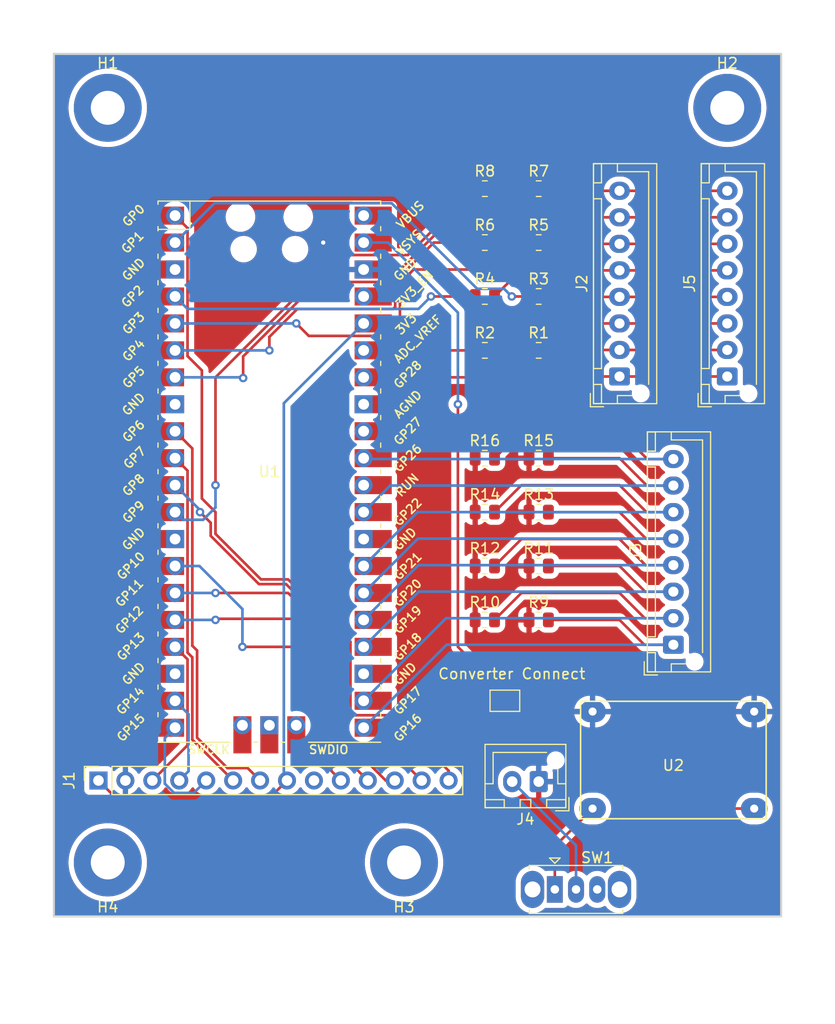
<source format=kicad_pcb>
(kicad_pcb (version 20221018) (generator pcbnew)
  (layers (0 "F.Cu" signal) (31 "B.Cu" signal) (34 "B.Paste" user) (35 "F.Paste" user) (36 "B.SilkS" user "B.Silkscreen") (37 "F.SilkS" user "F.Silkscreen") (38 "B.Mask" user) (39 "F.Mask" user) (44 "Edge.Cuts" user))
  (net 0 "")
  (net 5 "+3.3V")
  (net 11 "/vsys")
  (net 15 "Net-(J1-Pin_3)")
  (net 16 "Net-(J1-Pin_4)")
  (net 17 "Net-(J1-Pin_5)")
  (net 18 "Net-(J1-Pin_6)")
  (net 19 "Net-(J1-Pin_7)")
  (net 20 "Net-(J1-Pin_10)")
  (net 21 "Net-(J1-Pin_11)")
  (net 22 "Net-(J1-Pin_12)")
  (net 23 "Net-(J1-Pin_13)")
  (net 24 "Net-(J1-Pin_14)")
  (net 25 "GND")
  (net 26 "/input 16")
  (net 28 "Net-(J2-Pin_7)")
  (net 29 "Net-(J2-Pin_6)")
  (net 30 "Net-(J2-Pin_5)")
  (net 31 "Net-(J2-Pin_4)")
  (net 32 "Net-(J2-Pin_3)")
  (net 33 "Net-(J2-Pin_2)")
  (net 34 "Net-(J2-Pin_1)")
  (net 35 "Net-(J2-Pin_8)")
  (net 36 "unconnected-(J1-Pin_9-Pad9)")
  (net 37 "/output 5")
  (net 38 "/output 4")
  (net 39 "/output 3")
  (net 40 "/output 2")
  (net 41 "/output 1")
  (net 42 "/output 28")
  (net 43 "/output 27")
  (net 44 "/output 9")
  (net 45 "/input 17")
  (net 46 "/input 18")
  (net 47 "/input 19")
  (net 48 "/input 20")
  (net 49 "/input 21")
  (net 50 "/input 22")
  (net 51 "/input 26")
  (net 53 "Net-(J4-Pin_2)")
  (net 55 "Net-(SW1-A)")
  (net 56 "Net-(U2-OUT+)")
  (footprint "Connector_JST:JST_XH_B8B-XH-AM_1x08_P2.50mm_Vertical" (layer "F.Cu") (at 185.42 58.34 90)
    (fp_text reference "J2")
    (fp_text value "Conn_01x08_Socket")
  )
  (footprint "MountingHole:MountingHole_3.2mm_M3_Pad_TopBottom" (layer "F.Cu") (at 137.16 104.14 180)
    (fp_text reference "H4")
    (fp_text value "MountingHole")
  )
  (footprint "Connector_JST:JST_XH_B8B-XH-AM_1x08_P2.50mm_Vertical" (layer "F.Cu") (at 190.5 83.62 90)
    (fp_text reference "J3")
    (fp_text value "Conn_01x08_Socket")
  )
  (footprint "Resistor_SMD:R_0805_2012Metric" (layer "F.Cu") (at 177.8 50.8)
    (fp_text reference "R3")
    (fp_text value "R")
  )
  (footprint "Resistor_SMD:R_0805_2012Metric" (layer "F.Cu") (at 177.8 66.04)
    (fp_text reference "R15")
    (fp_text value "R")
  )
  (footprint "Resistor_SMD:R_0805_2012Metric" (layer "F.Cu") (at 177.8 71.12)
    (fp_text reference "R13")
    (fp_text value "R")
  )
  (footprint "PiPico:RPi_Pico_SMD_TH" (layer "F.Cu") (at 152.4 67.31)
    (fp_text reference "U1")
    (fp_text value "Pico")
  )
  (footprint "Button_Switch_THT:SW_Slide_1P2T_CK_OS102011MS2Q" (layer "F.Cu") (at 179.32 106.68)
    (fp_text reference "SW1")
    (fp_text value "SW_SPDT")
  )
  (footprint "Resistor_SMD:R_0805_2012Metric" (layer "F.Cu") (at 172.72 81.28)
    (fp_text reference "R10")
    (fp_text value "R")
  )
  (footprint "Resistor_SMD:R_0805_2012Metric" (layer "F.Cu") (at 172.72 71.12)
    (fp_text reference "R14")
    (fp_text value "R")
  )
  (footprint "Connector_PinSocket_2.54mm:PinSocket_1x14_P2.54mm_Vertical" (layer "F.Cu") (at 136.285 96.415 90)
    (fp_text reference "J1")
    (fp_text value "Conn_01x14_Socket")
  )
  (footprint "MountingHole:MountingHole_3.2mm_M3_Pad_TopBottom" (layer "F.Cu") (at 137.16 33.02)
    (fp_text reference "H1")
    (fp_text value "MountingHole")
  )
  (footprint "Resistor_SMD:R_0805_2012Metric" (layer "F.Cu") (at 172.72 55.88)
    (fp_text reference "R2")
    (fp_text value "R")
  )
  (footprint "Resistor_SMD:R_0805_2012Metric" (layer "F.Cu") (at 172.72 40.64)
    (fp_text reference "R8")
    (fp_text value "R")
  )
  (footprint "MountingHole:MountingHole_3.2mm_M3_Pad_TopBottom" (layer "F.Cu") (at 195.58 33.02)
    (fp_text reference "H2")
    (fp_text value "MountingHole")
  )
  (footprint "Resistor_SMD:R_0805_2012Metric" (layer "F.Cu") (at 172.72 45.72)
    (fp_text reference "R6")
    (fp_text value "R")
  )
  (footprint "MountingHole:MountingHole_3.2mm_M3_Pad_TopBottom" (layer "F.Cu") (at 165.1 104.14 180)
    (fp_text reference "H3")
    (fp_text value "MountingHole")
  )
  (footprint "Resistor_SMD:R_0805_2012Metric" (layer "F.Cu") (at 172.72 50.8)
    (fp_text reference "R4")
    (fp_text value "R")
  )
  (footprint "Jumper:SolderJumper-2_P1.3mm_Open_Pad1.0x1.5mm" (layer "F.Cu") (at 174.61 88.9 180)
    (fp_text reference "R17" hide)
    (fp_text value "0R")
  )
  (footprint "Connector_JST:JST_XH_B8B-XH-AM_1x08_P2.50mm_Vertical" (layer "F.Cu") (at 195.58 58.34 90)
    (fp_text reference "J5")
    (fp_text value "Conn_01x08_Socket")
  )
  (footprint "Resistor_SMD:R_0805_2012Metric" (layer "F.Cu") (at 177.8 55.88)
    (fp_text reference "R1")
    (fp_text value "R")
  )
  (footprint "Resistor_SMD:R_0805_2012Metric" (layer "F.Cu") (at 177.8 76.2)
    (fp_text reference "R11")
    (fp_text value "R")
  )
  (footprint "Resistor_SMD:R_0805_2012Metric" (layer "F.Cu") (at 172.72 66.04)
    (fp_text reference "R16")
    (fp_text value "R")
  )
  (footprint "Connector_JST:JST_XH_B2B-XH-AM_1x02_P2.50mm_Vertical" (layer "F.Cu") (at 177.8 96.52 180)
    (fp_text reference "J4")
    (fp_text value "Conn_01x02_Socket")
  )
  (footprint "voltage reg:Mini360_step-down" (layer "F.Cu") (at 190.5 94.49)
    (fp_text reference "U2")
    (fp_text value "Mini360")
  )
  (footprint "Resistor_SMD:R_0805_2012Metric" (layer "F.Cu") (at 177.8 40.64)
    (fp_text reference "R7")
    (fp_text value "R")
  )
  (footprint "Resistor_SMD:R_0805_2012Metric" (layer "F.Cu") (at 177.8 45.72)
    (fp_text reference "R5")
    (fp_text value "R")
  )
  (footprint "Resistor_SMD:R_0805_2012Metric" (layer "F.Cu") (at 177.8 81.28)
    (fp_text reference "R9")
    (fp_text value "R")
  )
  (footprint "Resistor_SMD:R_0805_2012Metric" (layer "F.Cu") (at 172.72 76.2)
    (fp_text reference "R12")
    (fp_text value "R")
  )
  (gr_rect (start 132.08 27.94) (end 200.66 109.22) (stroke (width 0.2)) (fill none) (layer "Edge.Cuts"))
  (segment (start 138.825 98.955) (end 151.525 98.955) (width 0.25) (layer "F.Cu") (net 5))
  (segment (start 151.525 98.955) (end 154.065 96.415) (width 0.25) (layer "F.Cu") (net 5))
  (segment (start 136.285 96.415) (end 138.825 98.955) (width 0.25) (layer "F.Cu") (net 5))
  (segment (start 154.065 96.415) (end 153.765 96.115) (width 0.25) (layer "B.Cu") (net 5))
  (segment (start 153.765 96.115) (end 153.765 60.865) (width 0.25) (layer "B.Cu") (net 5))
  (segment (start 153.765 60.865) (end 161.29 53.34) (width 0.25) (layer "B.Cu") (net 5))
  (segment (start 170.18 83.82) (end 170.18 60.96) (width 0.25) (layer "F.Cu") (net 11))
  (segment (start 173.96 87.6) (end 170.18 83.82) (width 0.25) (layer "F.Cu") (net 11))
  (segment (start 173.96 88.9) (end 173.96 87.6) (width 0.25) (layer "F.Cu") (net 11))
  (via (at 170.18 60.96) (size 0.8) (drill 0.4) (layers "F.Cu" "B.Cu") (net 11))
  (segment (start 170.18 52.314695) (end 163.585305 45.72) (width 0.25) (layer "B.Cu") (net 11))
  (segment (start 170.18 60.96) (end 170.18 52.314695) (width 0.25) (layer "B.Cu") (net 11))
  (segment (start 163.585305 45.72) (end 161.29 45.72) (width 0.25) (layer "B.Cu") (net 11))
  (segment (start 144.685 84.995) (end 143.51 83.82) (width 0.25) (layer "F.Cu") (net 15))
  (segment (start 144.685 93.095) (end 144.685 84.995) (width 0.25) (layer "F.Cu") (net 15))
  (segment (start 141.365 96.415) (end 144.685 93.095) (width 0.25) (layer "F.Cu") (net 15))
  (segment (start 144.78 90.17) (end 143.51 88.9) (width 0.25) (layer "B.Cu") (net 16))
  (segment (start 143.905 96.415) (end 144.78 95.54) (width 0.25) (layer "B.Cu") (net 16))
  (segment (start 144.78 95.54) (end 144.78 90.17) (width 0.25) (layer "B.Cu") (net 16))
  (segment (start 146.445 96.415) (end 145.274656 97.585344) (width 0.25) (layer "B.Cu") (net 17))
  (segment (start 142.54 96.710054) (end 142.54 92.41) (width 0.25) (layer "B.Cu") (net 17))
  (segment (start 143.41529 97.585344) (end 142.54 96.710054) (width 0.25) (layer "B.Cu") (net 17))
  (segment (start 145.274656 97.585344) (end 143.41529 97.585344) (width 0.25) (layer "B.Cu") (net 17))
  (segment (start 142.54 92.41) (end 143.51 91.44) (width 0.25) (layer "B.Cu") (net 17))
  (segment (start 144.685 84.358604) (end 144.685 67.215) (width 0.25) (layer "F.Cu") (net 18))
  (segment (start 145.135 92.565) (end 145.135 84.808604) (width 0.25) (layer "F.Cu") (net 18))
  (segment (start 145.135 84.808604) (end 144.685 84.358604) (width 0.25) (layer "F.Cu") (net 18))
  (segment (start 144.685 67.215) (end 143.51 66.04) (width 0.25) (layer "F.Cu") (net 18))
  (segment (start 148.985 96.415) (end 145.135 92.565) (width 0.25) (layer "F.Cu") (net 18))
  (segment (start 150.354656 95.244656) (end 148.451052 95.244656) (width 0.25) (layer "F.Cu") (net 19))
  (segment (start 145.585 92.378604) (end 145.585 84.165) (width 0.25) (layer "F.Cu") (net 19))
  (segment (start 145.585 84.165) (end 145.135 83.715) (width 0.25) (layer "F.Cu") (net 19))
  (segment (start 151.525 96.415) (end 150.354656 95.244656) (width 0.25) (layer "F.Cu") (net 19))
  (segment (start 145.135 65.125) (end 143.51 63.5) (width 0.25) (layer "F.Cu") (net 19))
  (segment (start 145.135 83.715) (end 145.135 65.125) (width 0.25) (layer "F.Cu") (net 19))
  (segment (start 148.451052 95.244656) (end 145.585 92.378604) (width 0.25) (layer "F.Cu") (net 19))
  (segment (start 157.977208 83.82) (end 158.245 84.087792) (width 0.25) (layer "F.Cu") (net 20))
  (segment (start 149.86 83.82) (end 157.977208 83.82) (width 0.25) (layer "F.Cu") (net 20))
  (segment (start 158.245 84.087792) (end 158.245 95.515) (width 0.25) (layer "F.Cu") (net 20))
  (segment (start 158.245 95.515) (end 159.145 96.415) (width 0.25) (layer "F.Cu") (net 20))
  (via (at 149.86 83.82) (size 0.8) (drill 0.4) (layers "F.Cu" "B.Cu") (net 20))
  (segment (start 149.86 83.82) (end 149.86 80.254695) (width 0.25) (layer "B.Cu") (net 20))
  (segment (start 149.86 80.254695) (end 145.805305 76.2) (width 0.25) (layer "B.Cu") (net 20))
  (segment (start 145.805305 76.2) (end 143.51 76.2) (width 0.25) (layer "B.Cu") (net 20))
  (segment (start 155.968604 81.175) (end 158.695 83.901396) (width 0.25) (layer "F.Cu") (net 21))
  (segment (start 147.32 81.28) (end 147.425 81.175) (width 0.25) (layer "F.Cu") (net 21))
  (segment (start 147.425 81.175) (end 155.968604 81.175) (width 0.25) (layer "F.Cu") (net 21))
  (segment (start 158.695 83.901396) (end 158.695 93.425) (width 0.25) (layer "F.Cu") (net 21))
  (segment (start 158.695 93.425) (end 161.685 96.415) (width 0.25) (layer "F.Cu") (net 21))
  (via (at 147.32 81.28) (size 0.8) (drill 0.4) (layers "F.Cu" "B.Cu") (net 21))
  (segment (start 147.32 81.28) (end 143.51 81.28) (width 0.25) (layer "B.Cu") (net 21))
  (segment (start 159.145 92.185) (end 163.375 96.415) (width 0.25) (layer "F.Cu") (net 22))
  (segment (start 163.375 96.415) (end 164.225 96.415) (width 0.25) (layer "F.Cu") (net 22))
  (segment (start 147.32 78.74) (end 154.17 78.74) (width 0.25) (layer "F.Cu") (net 22))
  (segment (start 154.17 78.74) (end 159.145 83.715) (width 0.25) (layer "F.Cu") (net 22))
  (segment (start 159.145 83.715) (end 159.145 92.185) (width 0.25) (layer "F.Cu") (net 22))
  (via (at 147.32 78.74) (size 0.8) (drill 0.4) (layers "F.Cu" "B.Cu") (net 22))
  (segment (start 147.32 78.74) (end 143.51 78.74) (width 0.25) (layer "B.Cu") (net 22))
  (segment (start 151.4195 77.91) (end 153.976396 77.91) (width 0.25) (layer "F.Cu") (net 23))
  (segment (start 164.265 93.915) (end 166.765 96.415) (width 0.25) (layer "F.Cu") (net 23))
  (segment (start 159.595 83.528604) (end 159.595 91.90462) (width 0.25) (layer "F.Cu") (net 23))
  (segment (start 161.60538 93.915) (end 164.265 93.915) (width 0.25) (layer "F.Cu") (net 23))
  (segment (start 153.976396 77.91) (end 159.595 83.528604) (width 0.25) (layer "F.Cu") (net 23))
  (segment (start 146.87 73.3605) (end 151.4195 77.91) (width 0.25) (layer "F.Cu") (net 23))
  (segment (start 145.8595 71.12) (end 146.87 72.1305) (width 0.25) (layer "F.Cu") (net 23))
  (segment (start 159.595 91.90462) (end 161.60538 93.915) (width 0.25) (layer "F.Cu") (net 23))
  (segment (start 146.87 72.1305) (end 146.87 73.3605) (width 0.25) (layer "F.Cu") (net 23))
  (via (at 145.8595 71.12) (size 0.8) (drill 0.4) (layers "F.Cu" "B.Cu") (net 23))
  (segment (start 145.8595 70.9295) (end 143.51 68.58) (width 0.25) (layer "B.Cu") (net 23))
  (segment (start 145.8595 71.12) (end 145.8595 70.9295) (width 0.25) (layer "B.Cu") (net 23))
  (segment (start 164.07462 90.265) (end 160.30538 90.265) (width 0.25) (layer "F.Cu") (net 24))
  (segment (start 144.685 44.355) (end 143.51 43.18) (width 0.25) (layer "F.Cu") (net 24))
  (segment (start 160.045 83.342208) (end 154.162792 77.46) (width 0.25) (layer "F.Cu") (net 24))
  (segment (start 151.605896 77.46) (end 147.32 73.174104) (width 0.25) (layer "F.Cu") (net 24))
  (segment (start 160.045 90.00462) (end 160.045 83.342208) (width 0.25) (layer "F.Cu") (net 24))
  (segment (start 169.305 96.415) (end 169.305 95.49538) (width 0.25) (layer "F.Cu") (net 24))
  (segment (start 147.32 71.12) (end 146.035 69.835) (width 0.25) (layer "F.Cu") (net 24))
  (segment (start 147.32 73.174104) (end 147.32 71.12) (width 0.25) (layer "F.Cu") (net 24))
  (segment (start 144.685 56.418604) (end 144.685 44.355) (width 0.25) (layer "F.Cu") (net 24))
  (segment (start 154.162792 77.46) (end 151.605896 77.46) (width 0.25) (layer "F.Cu") (net 24))
  (segment (start 146.035 69.835) (end 146.035 57.768604) (width 0.25) (layer "F.Cu") (net 24))
  (segment (start 160.30538 90.265) (end 160.045 90.00462) (width 0.25) (layer "F.Cu") (net 24))
  (segment (start 146.035 57.768604) (end 144.685 56.418604) (width 0.25) (layer "F.Cu") (net 24))
  (segment (start 169.305 95.49538) (end 164.07462 90.265) (width 0.25) (layer "F.Cu") (net 24))
  (via (at 157.48 45.72) (size 0.8) (drill 0.4) (layers "F.Cu" "B.Cu") (net 25))
  (segment (start 190.5 83.62) (end 187.76 83.62) (width 0.25) (layer "F.Cu") (net 26))
  (segment (start 187.76 83.62) (end 185.42 81.28) (width 0.25) (layer "F.Cu") (net 26))
  (segment (start 185.42 81.28) (end 178.7125 81.28) (width 0.25) (layer "F.Cu") (net 26))
  (segment (start 169.11 83.62) (end 161.29 91.44) (width 0.25) (layer "B.Cu") (net 26))
  (segment (start 190.5 83.62) (end 169.11 83.62) (width 0.25) (layer "B.Cu") (net 26))
  (segment (start 185.42 43.34) (end 183.04 43.34) (width 0.25) (layer "F.Cu") (net 28))
  (segment (start 183.04 43.34) (end 180.34 40.64) (width 0.25) (layer "F.Cu") (net 28))
  (segment (start 180.34 40.64) (end 178.7125 40.64) (width 0.25) (layer "F.Cu") (net 28))
  (segment (start 195.58 43.34) (end 185.42 43.34) (width 0.25) (layer "F.Cu") (net 28))
  (segment (start 183 45.84) (end 185.42 45.84) (width 0.25) (layer "F.Cu") (net 29))
  (segment (start 180.34 43.18) (end 183 45.84) (width 0.25) (layer "F.Cu") (net 29))
  (segment (start 176.1725 43.18) (end 180.34 43.18) (width 0.25) (layer "F.Cu") (net 29))
  (segment (start 173.6325 45.72) (end 176.1725 43.18) (width 0.25) (layer "F.Cu") (net 29))
  (segment (start 195.58 45.84) (end 185.42 45.84) (width 0.25) (layer "F.Cu") (net 29))
  (segment (start 185.42 48.34) (end 182.96 48.34) (width 0.25) (layer "F.Cu") (net 30))
  (segment (start 182.96 48.34) (end 180.34 45.72) (width 0.25) (layer "F.Cu") (net 30))
  (segment (start 180.34 45.72) (end 178.7125 45.72) (width 0.25) (layer "F.Cu") (net 30))
  (segment (start 195.58 48.34) (end 185.42 48.34) (width 0.25) (layer "F.Cu") (net 30))
  (segment (start 195.58 50.84) (end 185.42 50.84) (width 0.25) (layer "F.Cu") (net 31))
  (segment (start 182.92 50.84) (end 185.42 50.84) (width 0.25) (layer "F.Cu") (net 31))
  (segment (start 176.1725 48.26) (end 180.34 48.26) (width 0.25) (layer "F.Cu") (net 31))
  (segment (start 180.34 48.26) (end 182.92 50.84) (width 0.25) (layer "F.Cu") (net 31))
  (segment (start 173.6325 50.8) (end 176.1725 48.26) (width 0.25) (layer "F.Cu") (net 31))
  (segment (start 182.88 53.34) (end 180.34 50.8) (width 0.25) (layer "F.Cu") (net 32))
  (segment (start 195.58 53.34) (end 185.42 53.34) (width 0.25) (layer "F.Cu") (net 32))
  (segment (start 185.42 53.34) (end 182.88 53.34) (width 0.25) (layer "F.Cu") (net 32))
  (segment (start 180.34 50.8) (end 178.7125 50.8) (width 0.25) (layer "F.Cu") (net 32))
  (segment (start 195.58 55.84) (end 185.42 55.84) (width 0.25) (layer "F.Cu") (net 33))
  (segment (start 173.6325 55.88) (end 173.6325 54.9675) (width 0.25) (layer "F.Cu") (net 33))
  (segment (start 175.26 53.34) (end 180.34 53.34) (width 0.25) (layer "F.Cu") (net 33))
  (segment (start 182.88 55.88) (end 182.92 55.84) (width 0.25) (layer "F.Cu") (net 33))
  (segment (start 182.92 55.84) (end 185.42 55.84) (width 0.25) (layer "F.Cu") (net 33))
  (segment (start 173.6325 54.9675) (end 175.26 53.34) (width 0.25) (layer "F.Cu") (net 33))
  (segment (start 180.34 53.34) (end 182.88 55.88) (width 0.25) (layer "F.Cu") (net 33))
  (segment (start 182.8 58.34) (end 180.34 55.88) (width 0.25) (layer "F.Cu") (net 34))
  (segment (start 195.58 58.34) (end 185.42 58.34) (width 0.25) (layer "F.Cu") (net 34))
  (segment (start 185.42 58.34) (end 182.8 58.34) (width 0.25) (layer "F.Cu") (net 34))
  (segment (start 180.34 55.88) (end 178.7125 55.88) (width 0.25) (layer "F.Cu") (net 34))
  (segment (start 180.34 38.1) (end 183.08 40.84) (width 0.25) (layer "F.Cu") (net 35))
  (segment (start 173.6325 40.64) (end 176.1725 38.1) (width 0.25) (layer "F.Cu") (net 35))
  (segment (start 183.08 40.84) (end 185.42 40.84) (width 0.25) (layer "F.Cu") (net 35))
  (segment (start 195.58 40.84) (end 185.42 40.84) (width 0.25) (layer "F.Cu") (net 35))
  (segment (start 176.1725 38.1) (end 180.34 38.1) (width 0.25) (layer "F.Cu") (net 35))
  (segment (start 156.605 96.415) (end 156.18538 96.415) (width 0.25) (layer "F.Cu") (net 36))
  (segment (start 175.775 41.665) (end 171.331396 41.665) (width 0.25) (layer "F.Cu") (net 37))
  (segment (start 156.941396 49.435) (end 149.927489 56.448907) (width 0.25) (layer "F.Cu") (net 37))
  (segment (start 176.8 40.64) (end 175.775 41.665) (width 0.25) (layer "F.Cu") (net 37))
  (segment (start 171.331396 41.665) (end 164.736396 48.26) (width 0.25) (layer "F.Cu") (net 37))
  (segment (start 164.07462 49.435) (end 156.941396 49.435) (width 0.25) (layer "F.Cu") (net 37))
  (segment (start 149.927489 56.448907) (end 149.927489 58.487489) (width 0.25) (layer "F.Cu") (net 37))
  (segment (start 164.736396 48.26) (end 164.736396 48.773224) (width 0.25) (layer "F.Cu") (net 37))
  (segment (start 164.736396 48.773224) (end 164.07462 49.435) (width 0.25) (layer "F.Cu") (net 37))
  (via (at 149.927489 58.487489) (size 0.8) (drill 0.4) (layers "F.Cu" "B.Cu") (net 37))
  (segment (start 149.927489 58.487489) (end 149.86 58.42) (width 0.25) (layer "B.Cu") (net 37))
  (segment (start 149.86 58.42) (end 143.51 58.42) (width 0.25) (layer "B.Cu") (net 37))
  (segment (start 165.186396 48.446396) (end 167.912792 45.72) (width 0.25) (layer "F.Cu") (net 38))
  (segment (start 152.4 54.612792) (end 155.037792 51.975) (width 0.25) (layer "F.Cu") (net 38))
  (segment (start 164.07462 51.975) (end 164.265 51.78462) (width 0.25) (layer "F.Cu") (net 38))
  (segment (start 165.186396 48.95962) (end 165.186396 48.446396) (width 0.25) (layer "F.Cu") (net 38))
  (segment (start 152.4 55.88) (end 152.4 54.612792) (width 0.25) (layer "F.Cu") (net 38))
  (segment (start 164.265 49.881016) (end 165.186396 48.95962) (width 0.25) (layer "F.Cu") (net 38))
  (segment (start 167.912792 45.72) (end 171.72 45.72) (width 0.25) (layer "F.Cu") (net 38))
  (segment (start 164.265 51.78462) (end 164.265 49.881016) (width 0.25) (layer "F.Cu") (net 38))
  (segment (start 155.037792 51.975) (end 164.07462 51.975) (width 0.25) (layer "F.Cu") (net 38))
  (via (at 152.4 55.88) (size 0.8) (drill 0.4) (layers "F.Cu" "B.Cu") (net 38))
  (segment (start 152.4 55.88) (end 143.51 55.88) (width 0.25) (layer "B.Cu") (net 38))
  (segment (start 164.07462 54.515) (end 156.115 54.515) (width 0.25) (layer "F.Cu") (net 39))
  (segment (start 176.8 45.72) (end 174.26 48.26) (width 0.25) (layer "F.Cu") (net 39))
  (segment (start 165.636396 48.632792) (end 165.636396 49.146016) (width 0.25) (layer "F.Cu") (net 39))
  (segment (start 174.26 48.26) (end 166.009188 48.26) (width 0.25) (layer "F.Cu") (net 39))
  (segment (start 165.636396 49.146016) (end 164.715 50.067412) (width 0.25) (layer "F.Cu") (net 39))
  (segment (start 156.115 54.515) (end 154.94 53.34) (width 0.25) (layer "F.Cu") (net 39))
  (segment (start 164.715 53.87462) (end 164.07462 54.515) (width 0.25) (layer "F.Cu") (net 39))
  (segment (start 166.009188 48.26) (end 165.636396 48.632792) (width 0.25) (layer "F.Cu") (net 39))
  (segment (start 164.715 50.067412) (end 164.715 53.87462) (width 0.25) (layer "F.Cu") (net 39))
  (via (at 154.94 53.34) (size 0.8) (drill 0.4) (layers "F.Cu" "B.Cu") (net 39))
  (segment (start 154.94 53.34) (end 143.51 53.34) (width 0.25) (layer "B.Cu") (net 39))
  (segment (start 171.72 50.8) (end 167.64 50.8) (width 0.25) (layer "F.Cu") (net 40))
  (via (at 167.64 50.8) (size 0.8) (drill 0.4) (layers "F.Cu" "B.Cu") (net 40))
  (segment (start 166.469656 51.970344) (end 144.680344 51.970344) (width 0.25) (layer "B.Cu") (net 40))
  (segment (start 144.680344 51.970344) (end 143.51 50.8) (width 0.25) (layer "B.Cu") (net 40))
  (segment (start 167.64 50.8) (end 166.469656 51.970344) (width 0.25) (layer "B.Cu") (net 40))
  (segment (start 176.8 50.8) (end 175.26 50.8) (width 0.25) (layer "F.Cu") (net 41))
  (via (at 175.26 50.8) (size 0.8) (drill 0.4) (layers "F.Cu" "B.Cu") (net 41))
  (segment (start 147.220344 42.009656) (end 143.51 45.72) (width 0.25) (layer "B.Cu") (net 41))
  (segment (start 163.929656 42.009656) (end 147.220344 42.009656) (width 0.25) (layer "B.Cu") (net 41))
  (segment (start 171.995 50.075) (end 163.929656 42.009656) (width 0.25) (layer "B.Cu") (net 41))
  (segment (start 174.535 50.075) (end 171.995 50.075) (width 0.25) (layer "B.Cu") (net 41))
  (segment (start 175.26 50.8) (end 174.535 50.075) (width 0.25) (layer "B.Cu") (net 41))
  (segment (start 171.72 55.88) (end 167.64 55.88) (width 0.25) (layer "F.Cu") (net 42))
  (segment (start 165.1 58.42) (end 161.29 58.42) (width 0.25) (layer "F.Cu") (net 42))
  (segment (start 167.64 55.88) (end 165.1 58.42) (width 0.25) (layer "F.Cu") (net 42))
  (segment (start 162.70962 63.5) (end 161.29 63.5) (width 0.25) (layer "F.Cu") (net 43))
  (segment (start 167.78962 58.42) (end 162.70962 63.5) (width 0.25) (layer "F.Cu") (net 43))
  (segment (start 176.8 55.88) (end 174.26 58.42) (width 0.25) (layer "F.Cu") (net 43))
  (segment (start 174.26 58.42) (end 167.78962 58.42) (width 0.25) (layer "F.Cu") (net 43))
  (segment (start 165.465 46.895) (end 158.845 46.895) (width 0.25) (layer "F.Cu") (net 44))
  (segment (start 147.32 58.42) (end 147.32 68.58) (width 0.25) (layer "F.Cu") (net 44))
  (segment (start 171.72 40.64) (end 165.465 46.895) (width 0.25) (layer "F.Cu") (net 44))
  (segment (start 158.845 46.895) (end 147.32 58.42) (width 0.25) (layer "F.Cu") (net 44))
  (via (at 147.32 68.58) (size 0.8) (drill 0.4) (layers "F.Cu" "B.Cu") (net 44))
  (segment (start 144.235 71.845) (end 143.51 71.12) (width 0.25) (layer "B.Cu") (net 44))
  (segment (start 147.32 68.58) (end 147.32 70.684805) (width 0.25) (layer "B.Cu") (net 44))
  (segment (start 147.32 70.684805) (end 146.159805 71.845) (width 0.25) (layer "B.Cu") (net 44))
  (segment (start 146.159805 71.845) (end 144.235 71.845) (width 0.25) (layer "B.Cu") (net 44))
  (segment (start 185.42 78.74) (end 176.1725 78.74) (width 0.25) (layer "F.Cu") (net 45))
  (segment (start 176.1725 78.74) (end 173.6325 81.28) (width 0.25) (layer "F.Cu") (net 45))
  (segment (start 187.8 81.12) (end 185.42 78.74) (width 0.25) (layer "F.Cu") (net 45))
  (segment (start 190.5 81.12) (end 187.8 81.12) (width 0.25) (layer "F.Cu") (net 45))
  (segment (start 169.07 81.12) (end 161.29 88.9) (width 0.25) (layer "B.Cu") (net 45))
  (segment (start 190.5 81.12) (end 169.07 81.12) (width 0.25) (layer "B.Cu") (net 45))
  (segment (start 185.42 76.2) (end 178.7125 76.2) (width 0.25) (layer "F.Cu") (net 46))
  (segment (start 187.84 78.62) (end 185.42 76.2) (width 0.25) (layer "F.Cu") (net 46))
  (segment (start 190.5 78.62) (end 187.84 78.62) (width 0.25) (layer "F.Cu") (net 46))
  (segment (start 190.5 78.62) (end 166.49 78.62) (width 0.25) (layer "B.Cu") (net 46))
  (segment (start 166.49 78.62) (end 161.29 83.82) (width 0.25) (layer "B.Cu") (net 46))
  (segment (start 185.42 73.66) (end 176.1725 73.66) (width 0.25) (layer "F.Cu") (net 47))
  (segment (start 176.1725 73.66) (end 173.6325 76.2) (width 0.25) (layer "F.Cu") (net 47))
  (segment (start 190.5 76.12) (end 187.88 76.12) (width 0.25) (layer "F.Cu") (net 47))
  (segment (start 187.88 76.12) (end 185.42 73.66) (width 0.25) (layer "F.Cu") (net 47))
  (segment (start 190.5 76.12) (end 166.45 76.12) (width 0.25) (layer "B.Cu") (net 47))
  (segment (start 166.45 76.12) (end 161.29 81.28) (width 0.25) (layer "B.Cu") (net 47))
  (segment (start 187.92 73.62) (end 185.42 71.12) (width 0.25) (layer "F.Cu") (net 48))
  (segment (start 185.42 71.12) (end 178.7125 71.12) (width 0.25) (layer "F.Cu") (net 48))
  (segment (start 190.5 73.62) (end 187.92 73.62) (width 0.25) (layer "F.Cu") (net 48))
  (segment (start 166.41 73.62) (end 161.29 78.74) (width 0.25) (layer "B.Cu") (net 48))
  (segment (start 162.169946 78.74) (end 161.29 78.74) (width 0.25) (layer "B.Cu") (net 48))
  (segment (start 190.5 73.62) (end 166.41 73.62) (width 0.25) (layer "B.Cu") (net 48))
  (segment (start 190.5 71.12) (end 187.96 71.12) (width 0.25) (layer "F.Cu") (net 49))
  (segment (start 187.96 71.12) (end 185.42 68.58) (width 0.25) (layer "F.Cu") (net 49))
  (segment (start 176.1725 68.58) (end 173.6325 71.12) (width 0.25) (layer "F.Cu") (net 49))
  (segment (start 185.42 68.58) (end 176.1725 68.58) (width 0.25) (layer "F.Cu") (net 49))
  (segment (start 190.5 71.12) (end 166.37 71.12) (width 0.25) (layer "B.Cu") (net 49))
  (segment (start 166.37 71.12) (end 161.29 76.2) (width 0.25) (layer "B.Cu") (net 49))
  (segment (start 188 68.62) (end 185.42 66.04) (width 0.25) (layer "F.Cu") (net 50))
  (segment (start 190.5 68.62) (end 188 68.62) (width 0.25) (layer "F.Cu") (net 50))
  (segment (start 185.42 66.04) (end 178.7125 66.04) (width 0.25) (layer "F.Cu") (net 50))
  (segment (start 163.79 68.62) (end 161.29 71.12) (width 0.25) (layer "B.Cu") (net 50))
  (segment (start 190.5 68.62) (end 163.79 68.62) (width 0.25) (layer "B.Cu") (net 50))
  (segment (start 185.42 63.5) (end 176.1725 63.5) (width 0.25) (layer "F.Cu") (net 51))
  (segment (start 188.04 66.12) (end 185.42 63.5) (width 0.25) (layer "F.Cu") (net 51))
  (segment (start 190.5 66.12) (end 188.04 66.12) (width 0.25) (layer "F.Cu") (net 51))
  (segment (start 176.1725 63.5) (end 173.6325 66.04) (width 0.25) (layer "F.Cu") (net 51))
  (segment (start 161.37 66.12) (end 161.29 66.04) (width 0.25) (layer "B.Cu") (net 51))
  (segment (start 161.57 66.32) (end 161.29 66.04) (width 0.25) (layer "B.Cu") (net 51))
  (segment (start 190.5 66.12) (end 161.37 66.12) (width 0.25) (layer "B.Cu") (net 51))
  (segment (start 175.3 96.52) (end 181.32 102.54) (width 0.25) (layer "B.Cu") (net 53))
  (segment (start 181.32 102.54) (end 181.32 106.68) (width 0.25) (layer "B.Cu") (net 53))
  (segment (start 179.32 102.62) (end 182.88 99.06) (width 0.25) (layer "F.Cu") (net 55))
  (segment (start 179.32 106.68) (end 179.32 102.62) (width 0.25) (layer "F.Cu") (net 55))
  (segment (start 185.42 99.06) (end 175.26 88.9) (width 0.25) (layer "F.Cu") (net 56))
  (segment (start 198.12 99.06) (end 185.42 99.06) (width 0.25) (layer "F.Cu") (net 56))
  (zone (net 25) (net_name "GND") (layers "F&B.Cu") (connect_pads (clearance 0.5)) (min_thickness 0.25) (fill yes (thermal_gap 0.5) (thermal_bridge_width 0.5))
    (polygon (pts (xy 129.54 22.86) (xy 127 119.38) (xy 203.2 119.38) (xy 205.74 22.86)))
  )
)
</source>
